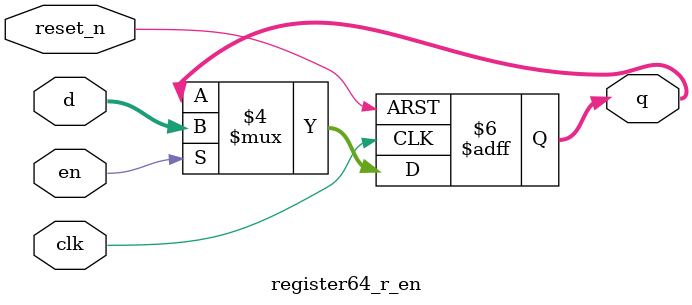
<source format=v>
module register64_r_en(clk, reset_n, en, d, q); 	//64bits enable, Resettable Filp-Flop Module
	input clk, reset_n, en;
	input [63:0] d; 											//input define
	output reg [63:0] q; 									//output define
	
	always@(posedge clk or negedge reset_n) begin	//clock is rising edge and reset_n is falling edge
		if(reset_n == 0) q <= 64'b0;
		else if(en) q <= d;
		else q <= q;
	end
	
endmodule

</source>
